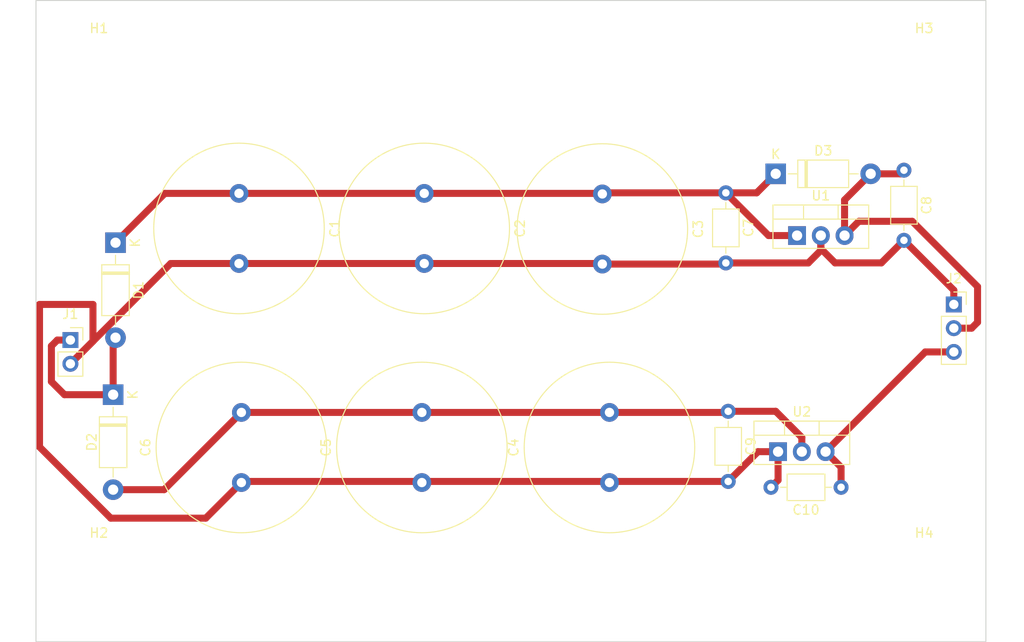
<source format=kicad_pcb>
(kicad_pcb (version 20221018) (generator pcbnew)
  (layers (0 "F.Cu" signal) (31 "B.Cu" signal) (34 "B.Paste" user) (35 "F.Paste" user) (36 "B.SilkS" user "B.Silkscreen") (37 "F.SilkS" user "F.Silkscreen") (38 "B.Mask" user) (39 "F.Mask" user) (44 "Edge.Cuts" user))
  (net 0 "")
  (net 1 "Net-(D1-K)")
  (net 2 "GND")
  (net 3 "Net-(D2-A)")
  (net 4 "Net-(D3-A)")
  (net 5 "Net-(J2-Pin_3)")
  (net 6 "+12VA")
  (footprint "Diode_THT:D_DO-41_SOD81_P10.16mm_Horizontal" (layer "F.Cu") (at 91.44 31.115)
    (fp_text reference "D3" (at 5.08 -2.47) (layer "F.SilkS"))
    (fp_text value "1N4007")
    (fp_text user "K" (at 0 -2.1) (layer "F.SilkS"))
    (fp_line (start 1.34 0) (end 2.36 0) (stroke (width 0.12)) (layer "F.SilkS"))
    (fp_line (start 2.36 -1.47) (end 2.36 1.47) (stroke (width 0.12)) (layer "F.SilkS"))
    (fp_line (start 2.36 1.47) (end 7.8 1.47) (stroke (width 0.12)) (layer "F.SilkS"))
    (fp_line (start 3.14 -1.47) (end 3.14 1.47) (stroke (width 0.12)) (layer "F.SilkS"))
    (fp_line (start 3.26 -1.47) (end 3.26 1.47) (stroke (width 0.12)) (layer "F.SilkS"))
    (fp_line (start 3.38 -1.47) (end 3.38 1.47) (stroke (width 0.12)) (layer "F.SilkS"))
    (fp_line (start 7.8 -1.47) (end 2.36 -1.47) (stroke (width 0.12)) (layer "F.SilkS"))
    (fp_line (start 7.8 1.47) (end 7.8 -1.47) (stroke (width 0.12)) (layer "F.SilkS"))
    (fp_line (start 8.82 0) (end 7.8 0) (stroke (width 0.12)) (layer "F.SilkS"))
    (pad "1" thru_hole rect (at 0 0) (size 2.2 2.2) (drill 1.1) (layers "*.Cu" "*.Mask") (net 1 "Net-(D1-K)"))
    (pad "2" thru_hole oval (at 10.16 0) (size 2.2 2.2) (drill 1.1) (layers "*.Cu" "*.Mask") (net 4 "Net-(D3-A)"))
  )
  (footprint "Capacitor_THT:C_Radial_D18.0mm_H35.5mm_P7.50mm" (layer "F.Cu") (at 34.036 33.207 -90)
    (fp_text reference "C1" (at 3.75 -10.25 90) (layer "F.SilkS"))
    (fp_text value "C_Polarized")
    (fp_circle (center 3.75 0) (end 12.87 0) (stroke (width 0.12)) (fill none) (layer "F.SilkS"))
    (pad "1" thru_hole circle (at 0 0 270) (size 2 2) (drill 1) (layers "*.Cu" "*.Mask") (net 1 "Net-(D1-K)"))
    (pad "2" thru_hole circle (at 7.5 0 270) (size 2 2) (drill 1) (layers "*.Cu" "*.Mask") (net 2 "GND"))
  )
  (footprint "Capacitor_THT:C_Radial_D18.0mm_H35.5mm_P7.50mm" (layer "F.Cu") (at 72.898 33.267 -90)
    (fp_text reference "C3" (at 3.75 -10.25 90) (layer "F.SilkS"))
    (fp_text value "C_Polarized")
    (fp_circle (center 3.75 0) (end 12.87 0) (stroke (width 0.12)) (fill none) (layer "F.SilkS"))
    (pad "1" thru_hole circle (at 0 0 270) (size 2 2) (drill 1) (layers "*.Cu" "*.Mask") (net 1 "Net-(D1-K)"))
    (pad "2" thru_hole circle (at 7.5 0 270) (size 2 2) (drill 1) (layers "*.Cu" "*.Mask") (net 2 "GND"))
  )
  (footprint "Package_TO_SOT_THT:TO-220-3_Vertical" (layer "F.Cu") (at 93.726 37.719)
    (fp_text reference "U1" (at 2.54 -4.27) (layer "F.SilkS"))
    (fp_text value "L7812")
    (fp_line (start -2.58 -3.27) (end -2.58 1.371) (stroke (width 0.12)) (layer "F.SilkS"))
    (fp_line (start -2.58 -3.27) (end 7.66 -3.27) (stroke (width 0.12)) (layer "F.SilkS"))
    (fp_line (start -2.58 -1.76) (end 7.66 -1.76) (stroke (width 0.12)) (layer "F.SilkS"))
    (fp_line (start -2.58 1.371) (end 7.66 1.371) (stroke (width 0.12)) (layer "F.SilkS"))
    (fp_line (start 0.69 -3.27) (end 0.69 -1.76) (stroke (width 0.12)) (layer "F.SilkS"))
    (fp_line (start 4.391 -3.27) (end 4.391 -1.76) (stroke (width 0.12)) (layer "F.SilkS"))
    (fp_line (start 7.66 -3.27) (end 7.66 1.371) (stroke (width 0.12)) (layer "F.SilkS"))
    (pad "1" thru_hole rect (at 0 0) (size 1.905 2) (drill 1.1) (layers "*.Cu" "*.Mask") (net 1 "Net-(D1-K)"))
    (pad "2" thru_hole oval (at 2.54 0) (size 1.905 2) (drill 1.1) (layers "*.Cu" "*.Mask") (net 2 "GND"))
    (pad "3" thru_hole oval (at 5.08 0) (size 1.905 2) (drill 1.1) (layers "*.Cu" "*.Mask") (net 4 "Net-(D3-A)"))
  )
  (footprint "Capacitor_THT:C_Radial_D18.0mm_H35.5mm_P7.50mm" (layer "F.Cu") (at 53.848 33.207 -90)
    (fp_text reference "C2" (at 3.75 -10.25 90) (layer "F.SilkS"))
    (fp_text value "C_Polarized")
    (fp_circle (center 3.75 0) (end 12.87 0) (stroke (width 0.12)) (fill none) (layer "F.SilkS"))
    (pad "1" thru_hole circle (at 0 0 270) (size 2 2) (drill 1) (layers "*.Cu" "*.Mask") (net 1 "Net-(D1-K)"))
    (pad "2" thru_hole circle (at 7.5 0 270) (size 2 2) (drill 1) (layers "*.Cu" "*.Mask") (net 2 "GND"))
  )
  (footprint "Capacitor_THT:C_Axial_L3.8mm_D2.6mm_P7.50mm_Horizontal" (layer "F.Cu") (at 86.106 33.147 -90)
    (fp_text reference "C7" (at 3.75 -2.42 90) (layer "F.SilkS"))
    (fp_text value "C")
    (fp_line (start 1.04 0) (end 1.73 0) (stroke (width 0.12)) (layer "F.SilkS"))
    (fp_line (start 1.73 -1.42) (end 1.73 1.42) (stroke (width 0.12)) (layer "F.SilkS"))
    (fp_line (start 1.73 1.42) (end 5.77 1.42) (stroke (width 0.12)) (layer "F.SilkS"))
    (fp_line (start 5.77 -1.42) (end 1.73 -1.42) (stroke (width 0.12)) (layer "F.SilkS"))
    (fp_line (start 5.77 1.42) (end 5.77 -1.42) (stroke (width 0.12)) (layer "F.SilkS"))
    (fp_line (start 6.46 0) (end 5.77 0) (stroke (width 0.12)) (layer "F.SilkS"))
    (pad "1" thru_hole circle (at 0 0 270) (size 1.6 1.6) (drill 0.8) (layers "*.Cu" "*.Mask") (net 1 "Net-(D1-K)"))
    (pad "2" thru_hole oval (at 7.5 0 270) (size 1.6 1.6) (drill 0.8) (layers "*.Cu" "*.Mask") (net 2 "GND"))
  )
  (footprint "MountingHole:MountingHole_2.5mm" (layer "F.Cu") (at 19.05 19.05)
    (fp_text reference "H1" (at 0 -3.5) (layer "F.SilkS"))
    (fp_text value "MountingHole")
    (pad "" np_thru_hole circle (at 0 0) (size 2.5 2.5) (drill 2.5) (layers "*.Cu" "*.Mask"))
  )
  (footprint "Capacitor_THT:C_Radial_D18.0mm_H35.5mm_P7.50mm" (layer "F.Cu") (at 73.66 64.135 90)
    (fp_text reference "C4" (at 3.75 -10.25 90) (layer "F.SilkS"))
    (fp_text value "C_Polarized")
    (fp_circle (center 3.75 0) (end 12.87 0) (stroke (width 0.12)) (fill none) (layer "F.SilkS"))
    (pad "1" thru_hole circle (at 0 0 90) (size 2 2) (drill 1) (layers "*.Cu" "*.Mask") (net 2 "GND"))
    (pad "2" thru_hole circle (at 7.5 0 90) (size 2 2) (drill 1) (layers "*.Cu" "*.Mask") (net 3 "Net-(D2-A)"))
  )
  (footprint "Capacitor_THT:C_Axial_L3.8mm_D2.6mm_P7.50mm_Horizontal" (layer "F.Cu") (at 86.36 56.515 -90)
    (fp_text reference "C9" (at 3.75 -2.42 90) (layer "F.SilkS"))
    (fp_text value "C")
    (fp_line (start 1.04 0) (end 1.73 0) (stroke (width 0.12)) (layer "F.SilkS"))
    (fp_line (start 1.73 -1.42) (end 1.73 1.42) (stroke (width 0.12)) (layer "F.SilkS"))
    (fp_line (start 1.73 1.42) (end 5.77 1.42) (stroke (width 0.12)) (layer "F.SilkS"))
    (fp_line (start 5.77 -1.42) (end 1.73 -1.42) (stroke (width 0.12)) (layer "F.SilkS"))
    (fp_line (start 5.77 1.42) (end 5.77 -1.42) (stroke (width 0.12)) (layer "F.SilkS"))
    (fp_line (start 6.46 0) (end 5.77 0) (stroke (width 0.12)) (layer "F.SilkS"))
    (pad "1" thru_hole circle (at 0 0 270) (size 1.6 1.6) (drill 0.8) (layers "*.Cu" "*.Mask") (net 3 "Net-(D2-A)"))
    (pad "2" thru_hole oval (at 7.5 0 270) (size 1.6 1.6) (drill 0.8) (layers "*.Cu" "*.Mask") (net 2 "GND"))
  )
  (footprint "MountingHole:MountingHole_2.5mm" (layer "F.Cu") (at 19.05 73.025)
    (fp_text reference "H2" (at 0 -3.5) (layer "F.SilkS"))
    (fp_text value "MountingHole")
    (pad "" np_thru_hole circle (at 0 0) (size 2.5 2.5) (drill 2.5) (layers "*.Cu" "*.Mask"))
  )
  (footprint "Connector_PinSocket_2.54mm:PinSocket_1x02_P2.54mm_Vertical" (layer "F.Cu") (at 16.002 48.895)
    (fp_text reference "J1" (at 0 -2.77) (layer "F.SilkS"))
    (fp_text value "Conn_01x02_Socket")
    (fp_line (start -1.33 1.27) (end -1.33 3.87) (stroke (width 0.12)) (layer "F.SilkS"))
    (fp_line (start -1.33 1.27) (end 1.33 1.27) (stroke (width 0.12)) (layer "F.SilkS"))
    (fp_line (start -1.33 3.87) (end 1.33 3.87) (stroke (width 0.12)) (layer "F.SilkS"))
    (fp_line (start 0 -1.33) (end 1.33 -1.33) (stroke (width 0.12)) (layer "F.SilkS"))
    (fp_line (start 1.33 -1.33) (end 1.33 0) (stroke (width 0.12)) (layer "F.SilkS"))
    (fp_line (start 1.33 1.27) (end 1.33 3.87) (stroke (width 0.12)) (layer "F.SilkS"))
    (pad "1" thru_hole rect (at 0 0) (size 1.7 1.7) (drill 1) (layers "*.Cu" "*.Mask") (net 6 "+12VA"))
    (pad "2" thru_hole oval (at 0 2.54) (size 1.7 1.7) (drill 1) (layers "*.Cu" "*.Mask") (net 2 "GND"))
  )
  (footprint "Capacitor_THT:C_Axial_L3.8mm_D2.6mm_P7.50mm_Horizontal" (layer "F.Cu") (at 98.432 64.643 180)
    (fp_text reference "C10" (at 3.75 -2.42) (layer "F.SilkS"))
    (fp_text value "C")
    (fp_line (start 1.04 0) (end 1.73 0) (stroke (width 0.12)) (layer "F.SilkS"))
    (fp_line (start 1.73 -1.42) (end 1.73 1.42) (stroke (width 0.12)) (layer "F.SilkS"))
    (fp_line (start 1.73 1.42) (end 5.77 1.42) (stroke (width 0.12)) (layer "F.SilkS"))
    (fp_line (start 5.77 -1.42) (end 1.73 -1.42) (stroke (width 0.12)) (layer "F.SilkS"))
    (fp_line (start 5.77 1.42) (end 5.77 -1.42) (stroke (width 0.12)) (layer "F.SilkS"))
    (fp_line (start 6.46 0) (end 5.77 0) (stroke (width 0.12)) (layer "F.SilkS"))
    (pad "1" thru_hole circle (at 0 0 180) (size 1.6 1.6) (drill 0.8) (layers "*.Cu" "*.Mask") (net 5 "Net-(J2-Pin_3)"))
    (pad "2" thru_hole oval (at 7.5 0 180) (size 1.6 1.6) (drill 0.8) (layers "*.Cu" "*.Mask") (net 2 "GND"))
  )
  (footprint "MountingHole:MountingHole_2.5mm" (layer "F.Cu") (at 107.315 73.025)
    (fp_text reference "H4" (at 0 -3.5) (layer "F.SilkS"))
    (fp_text value "MountingHole")
    (pad "" np_thru_hole circle (at 0 0) (size 2.5 2.5) (drill 2.5) (layers "*.Cu" "*.Mask"))
  )
  (footprint "Connector_PinSocket_2.54mm:PinSocket_1x03_P2.54mm_Vertical" (layer "F.Cu") (at 110.49 45.085)
    (fp_text reference "J2" (at 0 -2.77) (layer "F.SilkS"))
    (fp_text value "Conn_01x03_Socket")
    (fp_line (start -1.33 1.27) (end -1.33 6.41) (stroke (width 0.12)) (layer "F.SilkS"))
    (fp_line (start -1.33 1.27) (end 1.33 1.27) (stroke (width 0.12)) (layer "F.SilkS"))
    (fp_line (start -1.33 6.41) (end 1.33 6.41) (stroke (width 0.12)) (layer "F.SilkS"))
    (fp_line (start 0 -1.33) (end 1.33 -1.33) (stroke (width 0.12)) (layer "F.SilkS"))
    (fp_line (start 1.33 -1.33) (end 1.33 0) (stroke (width 0.12)) (layer "F.SilkS"))
    (fp_line (start 1.33 1.27) (end 1.33 6.41) (stroke (width 0.12)) (layer "F.SilkS"))
    (pad "1" thru_hole rect (at 0 0) (size 1.7 1.7) (drill 1) (layers "*.Cu" "*.Mask") (net 2 "GND"))
    (pad "2" thru_hole oval (at 0 2.54) (size 1.7 1.7) (drill 1) (layers "*.Cu" "*.Mask") (net 4 "Net-(D3-A)"))
    (pad "3" thru_hole oval (at 0 5.08) (size 1.7 1.7) (drill 1) (layers "*.Cu" "*.Mask") (net 5 "Net-(J2-Pin_3)"))
  )
  (footprint "Capacitor_THT:C_Radial_D18.0mm_H35.5mm_P7.50mm" (layer "F.Cu") (at 34.29 64.135 90)
    (fp_text reference "C6" (at 3.75 -10.25 90) (layer "F.SilkS"))
    (fp_text value "C_Polarized")
    (fp_circle (center 3.75 0) (end 12.87 0) (stroke (width 0.12)) (fill none) (layer "F.SilkS"))
    (pad "1" thru_hole circle (at 0 0 90) (size 2 2) (drill 1) (layers "*.Cu" "*.Mask") (net 2 "GND"))
    (pad "2" thru_hole circle (at 7.5 0 90) (size 2 2) (drill 1) (layers "*.Cu" "*.Mask") (net 3 "Net-(D2-A)"))
  )
  (footprint "Diode_THT:D_DO-41_SOD81_P10.16mm_Horizontal" (layer "F.Cu") (at 20.828 38.481 -90)
    (fp_text reference "D1" (at 5.08 -2.47 90) (layer "F.SilkS"))
    (fp_text value "1N4007")
    (fp_text user "K" (at 0 -2.1 90) (layer "F.SilkS"))
    (fp_line (start 1.34 0) (end 2.36 0) (stroke (width 0.12)) (layer "F.SilkS"))
    (fp_line (start 2.36 -1.47) (end 2.36 1.47) (stroke (width 0.12)) (layer "F.SilkS"))
    (fp_line (start 2.36 1.47) (end 7.8 1.47) (stroke (width 0.12)) (layer "F.SilkS"))
    (fp_line (start 3.14 -1.47) (end 3.14 1.47) (stroke (width 0.12)) (layer "F.SilkS"))
    (fp_line (start 3.26 -1.47) (end 3.26 1.47) (stroke (width 0.12)) (layer "F.SilkS"))
    (fp_line (start 3.38 -1.47) (end 3.38 1.47) (stroke (width 0.12)) (layer "F.SilkS"))
    (fp_line (start 7.8 -1.47) (end 2.36 -1.47) (stroke (width 0.12)) (layer "F.SilkS"))
    (fp_line (start 7.8 1.47) (end 7.8 -1.47) (stroke (width 0.12)) (layer "F.SilkS"))
    (fp_line (start 8.82 0) (end 7.8 0) (stroke (width 0.12)) (layer "F.SilkS"))
    (pad "1" thru_hole rect (at 0 0 270) (size 2.2 2.2) (drill 1.1) (layers "*.Cu" "*.Mask") (net 1 "Net-(D1-K)"))
    (pad "2" thru_hole oval (at 10.16 0 270) (size 2.2 2.2) (drill 1.1) (layers "*.Cu" "*.Mask") (net 6 "+12VA"))
  )
  (footprint "Diode_THT:D_DO-41_SOD81_P10.16mm_Horizontal" (layer "F.Cu") (at 20.574 54.737 -90)
    (fp_text reference "D2" (at 5.08 2.286 90) (layer "F.SilkS"))
    (fp_text value "1N4007")
    (fp_text user "K" (at 0 -2.1 90) (layer "F.SilkS"))
    (fp_line (start 1.34 0) (end 2.36 0) (stroke (width 0.12)) (layer "F.SilkS"))
    (fp_line (start 2.36 -1.47) (end 2.36 1.47) (stroke (width 0.12)) (layer "F.SilkS"))
    (fp_line (start 2.36 1.47) (end 7.8 1.47) (stroke (width 0.12)) (layer "F.SilkS"))
    (fp_line (start 3.14 -1.47) (end 3.14 1.47) (stroke (width 0.12)) (layer "F.SilkS"))
    (fp_line (start 3.26 -1.47) (end 3.26 1.47) (stroke (width 0.12)) (layer "F.SilkS"))
    (fp_line (start 3.38 -1.47) (end 3.38 1.47) (stroke (width 0.12)) (layer "F.SilkS"))
    (fp_line (start 7.8 -1.47) (end 2.36 -1.47) (stroke (width 0.12)) (layer "F.SilkS"))
    (fp_line (start 7.8 1.47) (end 7.8 -1.47) (stroke (width 0.12)) (layer "F.SilkS"))
    (fp_line (start 8.82 0) (end 7.8 0) (stroke (width 0.12)) (layer "F.SilkS"))
    (pad "1" thru_hole rect (at 0 0 270) (size 2.2 2.2) (drill 1.1) (layers "*.Cu" "*.Mask") (net 6 "+12VA"))
    (pad "2" thru_hole oval (at 10.16 0 270) (size 2.2 2.2) (drill 1.1) (layers "*.Cu" "*.Mask") (net 3 "Net-(D2-A)"))
  )
  (footprint "Capacitor_THT:C_Radial_D18.0mm_H35.5mm_P7.50mm" (layer "F.Cu") (at 53.594 64.135 90)
    (fp_text reference "C5" (at 3.75 -10.25 90) (layer "F.SilkS"))
    (fp_text value "C_Polarized")
    (fp_circle (center 3.75 0) (end 12.87 0) (stroke (width 0.12)) (fill none) (layer "F.SilkS"))
    (pad "1" thru_hole circle (at 0 0 90) (size 2 2) (drill 1) (layers "*.Cu" "*.Mask") (net 2 "GND"))
    (pad "2" thru_hole circle (at 7.5 0 90) (size 2 2) (drill 1) (layers "*.Cu" "*.Mask") (net 3 "Net-(D2-A)"))
  )
  (footprint "Package_TO_SOT_THT:TO-220-3_Vertical" (layer "F.Cu") (at 91.694 60.833)
    (fp_text reference "U2" (at 2.54 -4.27) (layer "F.SilkS"))
    (fp_text value "L7912")
    (fp_line (start -2.58 -3.27) (end -2.58 1.371) (stroke (width 0.12)) (layer "F.SilkS"))
    (fp_line (start -2.58 -3.27) (end 7.66 -3.27) (stroke (width 0.12)) (layer "F.SilkS"))
    (fp_line (start -2.58 -1.76) (end 7.66 -1.76) (stroke (width 0.12)) (layer "F.SilkS"))
    (fp_line (start -2.58 1.371) (end 7.66 1.371) (stroke (width 0.12)) (layer "F.SilkS"))
    (fp_line (start 0.69 -3.27) (end 0.69 -1.76) (stroke (width 0.12)) (layer "F.SilkS"))
    (fp_line (start 4.391 -3.27) (end 4.391 -1.76) (stroke (width 0.12)) (layer "F.SilkS"))
    (fp_line (start 7.66 -3.27) (end 7.66 1.371) (stroke (width 0.12)) (layer "F.SilkS"))
    (pad "1" thru_hole rect (at 0 0) (size 1.905 2) (drill 1.1) (layers "*.Cu" "*.Mask") (net 2 "GND"))
    (pad "2" thru_hole oval (at 2.54 0) (size 1.905 2) (drill 1.1) (layers "*.Cu" "*.Mask") (net 3 "Net-(D2-A)"))
    (pad "3" thru_hole oval (at 5.08 0) (size 1.905 2) (drill 1.1) (layers "*.Cu" "*.Mask") (net 5 "Net-(J2-Pin_3)"))
  )
  (footprint "Capacitor_THT:C_Axial_L3.8mm_D2.6mm_P7.50mm_Horizontal" (layer "F.Cu") (at 105.156 30.727 -90)
    (fp_text reference "C8" (at 3.75 -2.42 90) (layer "F.SilkS"))
    (fp_text value "C")
    (fp_line (start 1.04 0) (end 1.73 0) (stroke (width 0.12)) (layer "F.SilkS"))
    (fp_line (start 1.73 -1.42) (end 1.73 1.42) (stroke (width 0.12)) (layer "F.SilkS"))
    (fp_line (start 1.73 1.42) (end 5.77 1.42) (stroke (width 0.12)) (layer "F.SilkS"))
    (fp_line (start 5.77 -1.42) (end 1.73 -1.42) (stroke (width 0.12)) (layer "F.SilkS"))
    (fp_line (start 5.77 1.42) (end 5.77 -1.42) (stroke (width 0.12)) (layer "F.SilkS"))
    (fp_line (start 6.46 0) (end 5.77 0) (stroke (width 0.12)) (layer "F.SilkS"))
    (pad "1" thru_hole circle (at 0 0 270) (size 1.6 1.6) (drill 0.8) (layers "*.Cu" "*.Mask") (net 4 "Net-(D3-A)"))
    (pad "2" thru_hole oval (at 7.5 0 270) (size 1.6 1.6) (drill 0.8) (layers "*.Cu" "*.Mask") (net 2 "GND"))
  )
  (footprint "MountingHole:MountingHole_2.5mm" (layer "F.Cu") (at 107.315 19.05)
    (fp_text reference "H3" (at 0 -3.5) (layer "F.SilkS"))
    (fp_text value "MountingHole")
    (pad "" np_thru_hole circle (at 0 0) (size 2.5 2.5) (drill 2.5) (layers "*.Cu" "*.Mask"))
  )
  (gr_rect (start 12.319 12.573) (end 113.919 81.153) (stroke (width 0.1)) (fill none) (layer "Edge.Cuts"))
  (segment (start 34.036 33.207) (end 26.102 33.207) (width 0.75) (layer "F.Cu") (net 1))
  (segment (start 93.726 37.719) (end 90.678 37.719) (width 0.75) (layer "F.Cu") (net 1))
  (segment (start 26.102 33.207) (end 20.828 38.481) (width 0.75) (layer "F.Cu") (net 1))
  (segment (start 86.106 33.147) (end 73.018 33.147) (width 0.75) (layer "F.Cu") (net 1))
  (segment (start 73.018 33.147) (end 72.898 33.267) (width 0.75) (layer "F.Cu") (net 1))
  (segment (start 72.838 33.207) (end 72.898 33.267) (width 0.75) (layer "F.Cu") (net 1))
  (segment (start 53.848 33.207) (end 72.838 33.207) (width 0.75) (layer "F.Cu") (net 1))
  (segment (start 90.678 37.719) (end 86.106 33.147) (width 0.75) (layer "F.Cu") (net 1))
  (segment (start 34.036 33.207) (end 53.848 33.207) (width 0.75) (layer "F.Cu") (net 1))
  (segment (start 86.106 33.147) (end 89.408 33.147) (width 0.75) (layer "F.Cu") (net 1))
  (segment (start 89.408 33.147) (end 91.44 31.115) (width 0.75) (layer "F.Cu") (net 1))
  (segment (start 94.9255 40.647) (end 86.106 40.647) (width 0.75) (layer "F.Cu") (net 2))
  (segment (start 18.415 45.085) (end 12.7 45.085) (width 0.75) (layer "F.Cu") (net 2))
  (segment (start 30.48 67.945) (end 34.29 64.135) (width 0.75) (layer "F.Cu") (net 2))
  (segment (start 96.266 39.3065) (end 94.9255 40.647) (width 0.75) (layer "F.Cu") (net 2))
  (segment (start 85.986 40.767) (end 86.106 40.647) (width 0.75) (layer "F.Cu") (net 2))
  (segment (start 89.542 60.833) (end 86.36 64.015) (width 0.75) (layer "F.Cu") (net 2))
  (segment (start 18.415 49.022) (end 18.415 45.085) (width 0.75) (layer "F.Cu") (net 2))
  (segment (start 91.694 60.833) (end 91.694 63.881) (width 0.75) (layer "F.Cu") (net 2))
  (segment (start 34.41 64.015) (end 34.29 64.135) (width 0.75) (layer "F.Cu") (net 2))
  (segment (start 72.898 40.767) (end 85.986 40.767) (width 0.75) (layer "F.Cu") (net 2))
  (segment (start 12.7 60.325) (end 20.32 67.945) (width 0.75) (layer "F.Cu") (net 2))
  (segment (start 72.838 40.707) (end 72.898 40.767) (width 0.75) (layer "F.Cu") (net 2))
  (segment (start 110.49 45.085) (end 110.49 43.561) (width 0.75) (layer "F.Cu") (net 2))
  (segment (start 96.266 39.116) (end 96.266 37.719) (width 0.75) (layer "F.Cu") (net 2))
  (segment (start 110.49 43.561) (end 105.156 38.227) (width 0.75) (layer "F.Cu") (net 2))
  (segment (start 97.79 40.64) (end 96.266 39.116) (width 0.75) (layer "F.Cu") (net 2))
  (segment (start 91.694 60.833) (end 89.542 60.833) (width 0.75) (layer "F.Cu") (net 2))
  (segment (start 12.7 45.085) (end 12.7 60.325) (width 0.75) (layer "F.Cu") (net 2))
  (segment (start 102.743 40.64) (end 97.79 40.64) (width 0.75) (layer "F.Cu") (net 2))
  (segment (start 96.266 37.719) (end 96.266 39.3065) (width 0.75) (layer "F.Cu") (net 2))
  (segment (start 105.156 38.227) (end 102.743 40.64) (width 0.75) (layer "F.Cu") (net 2))
  (segment (start 34.036 40.707) (end 53.848 40.707) (width 0.75) (layer "F.Cu") (net 2))
  (segment (start 20.32 67.945) (end 30.48 67.945) (width 0.75) (layer "F.Cu") (net 2))
  (segment (start 86.36 64.015) (end 34.41 64.015) (width 0.75) (layer "F.Cu") (net 2))
  (segment (start 34.036 40.707) (end 26.73 40.707) (width 0.75) (layer "F.Cu") (net 2))
  (segment (start 91.694 63.881) (end 90.932 64.643) (width 0.75) (layer "F.Cu") (net 2))
  (segment (start 26.73 40.707) (end 16.002 51.435) (width 0.75) (layer "F.Cu") (net 2))
  (segment (start 53.848 40.707) (end 72.838 40.707) (width 0.75) (layer "F.Cu") (net 2))
  (segment (start 16.002 51.435) (end 18.415 49.022) (width 0.75) (layer "F.Cu") (net 2))
  (segment (start 34.29 56.635) (end 53.594 56.635) (width 0.75) (layer "F.Cu") (net 3))
  (segment (start 86.24 56.635) (end 86.36 56.515) (width 0.75) (layer "F.Cu") (net 3))
  (segment (start 20.574 64.897) (end 26.028 64.897) (width 0.75) (layer "F.Cu") (net 3))
  (segment (start 53.594 56.635) (end 73.66 56.635) (width 0.75) (layer "F.Cu") (net 3))
  (segment (start 91.44 56.515) (end 94.234 59.309) (width 0.75) (layer "F.Cu") (net 3))
  (segment (start 73.66 56.635) (end 86.24 56.635) (width 0.75) (layer "F.Cu") (net 3))
  (segment (start 26.028 64.897) (end 34.29 56.635) (width 0.75) (layer "F.Cu") (net 3))
  (segment (start 94.234 59.309) (end 94.234 60.833) (width 0.75) (layer "F.Cu") (net 3))
  (segment (start 86.36 56.515) (end 91.44 56.515) (width 0.75) (layer "F.Cu") (net 3))
  (segment (start 101.6 31.115) (end 104.768 31.115) (width 0.75) (layer "F.Cu") (net 4))
  (segment (start 98.806 33.909) (end 98.806 37.719) (width 0.75) (layer "F.Cu") (net 4))
  (segment (start 101.6 31.115) (end 98.806 33.909) (width 0.75) (layer "F.Cu") (net 4))
  (segment (start 106.045 36.195) (end 100.33 36.195) (width 0.75) (layer "F.Cu") (net 4))
  (segment (start 110.49 47.625) (end 112.395 47.625) (width 0.75) (layer "F.Cu") (net 4))
  (segment (start 104.768 31.115) (end 105.156 30.727) (width 0.75) (layer "F.Cu") (net 4))
  (segment (start 113.03 46.99) (end 113.03 43.18) (width 0.75) (layer "F.Cu") (net 4))
  (segment (start 113.03 43.18) (end 106.045 36.195) (width 0.75) (layer "F.Cu") (net 4))
  (segment (start 112.395 47.625) (end 113.03 46.99) (width 0.75) (layer "F.Cu") (net 4))
  (segment (start 100.33 36.195) (end 98.806 37.719) (width 0.75) (layer "F.Cu") (net 4))
  (segment (start 98.432 64.643) (end 98.432 62.491) (width 0.75) (layer "F.Cu") (net 5))
  (segment (start 110.49 50.165) (end 107.442 50.165) (width 0.75) (layer "F.Cu") (net 5))
  (segment (start 107.442 50.165) (end 96.774 60.833) (width 0.75) (layer "F.Cu") (net 5))
  (segment (start 98.432 62.491) (end 96.774 60.833) (width 0.75) (layer "F.Cu") (net 5))
  (segment (start 13.97 49.53) (end 13.97 53.34) (width 0.75) (layer "F.Cu") (net 6))
  (segment (start 13.97 53.34) (end 15.367 54.737) (width 0.75) (layer "F.Cu") (net 6))
  (segment (start 20.574 48.895) (end 20.828 48.641) (width 0.75) (layer "F.Cu") (net 6))
  (segment (start 20.574 54.737) (end 20.574 48.895) (width 0.75) (layer "F.Cu") (net 6))
  (segment (start 15.367 54.737) (end 20.574 54.737) (width 0.75) (layer "F.Cu") (net 6))
  (segment (start 16.002 48.895) (end 14.605 48.895) (width 0.75) (layer "F.Cu") (net 6))
  (segment (start 14.605 48.895) (end 13.97 49.53) (width 0.75) (layer "F.Cu") (net 6))
)
</source>
